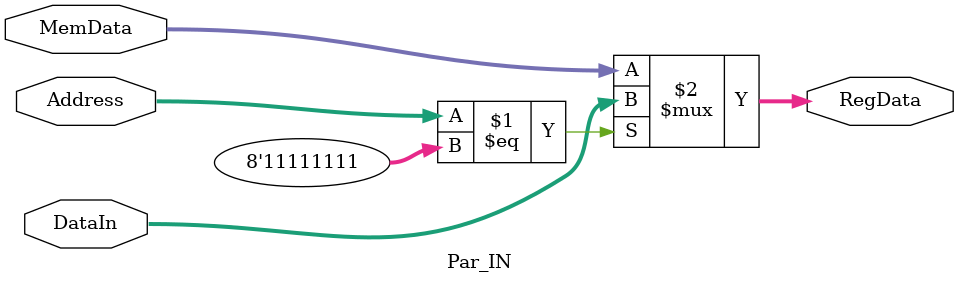
<source format=v>
module Par_IN (input [7:0]MemData, Address, DataIn, output [7:0]RegData);
	
	assign RegData = (Address == 8'hFF) ? DataIn : MemData;
	
endmodule 
</source>
